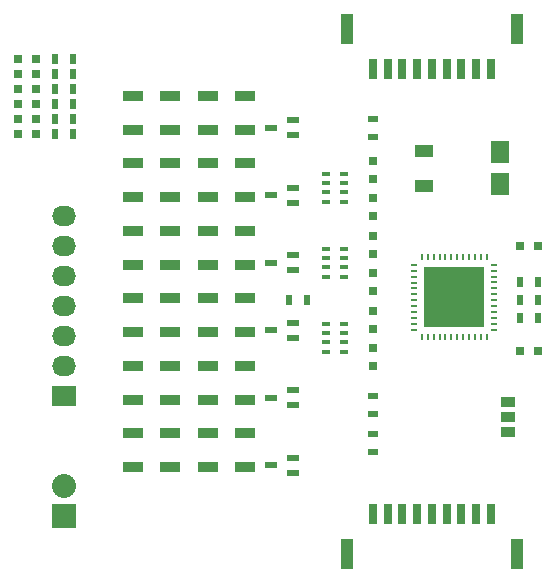
<source format=gbr>
G04 #@! TF.FileFunction,Soldermask,Top*
%FSLAX46Y46*%
G04 Gerber Fmt 4.6, Leading zero omitted, Abs format (unit mm)*
G04 Created by KiCad (PCBNEW (2014-11-27 BZR 5304)-product) date 12/5/2014 1:18:37 AM*
%MOMM*%
G01*
G04 APERTURE LIST*
%ADD10C,0.100000*%
%ADD11R,0.797560X0.797560*%
%ADD12R,1.501140X1.950720*%
%ADD13R,0.750000X0.800000*%
%ADD14R,0.800000X0.750000*%
%ADD15R,1.270000X0.965200*%
%ADD16R,0.500000X0.900000*%
%ADD17R,1.600000X1.000000*%
%ADD18R,0.900000X0.500000*%
%ADD19R,1.700000X0.900000*%
%ADD20R,0.762000X0.431800*%
%ADD21R,2.032000X1.727200*%
%ADD22O,2.032000X1.727200*%
%ADD23R,2.032000X2.032000*%
%ADD24O,2.032000X2.032000*%
%ADD25R,1.000760X0.599440*%
%ADD26R,0.599440X0.248920*%
%ADD27R,0.248920X0.599440*%
%ADD28R,5.150000X5.150000*%
%ADD29R,0.700000X1.700000*%
%ADD30R,1.000000X2.600000*%
G04 APERTURE END LIST*
D10*
D11*
X168795700Y-109855000D03*
X170294300Y-109855000D03*
D12*
X209640400Y-117769300D03*
X209640400Y-120487100D03*
D13*
X198882000Y-118503000D03*
X198882000Y-120003000D03*
X198882000Y-121678000D03*
X198882000Y-123178000D03*
X198882000Y-124853000D03*
X198882000Y-126353000D03*
X198882000Y-128028000D03*
X198882000Y-129528000D03*
X198882000Y-131203000D03*
X198882000Y-132703000D03*
X198882000Y-134378000D03*
X198882000Y-135878000D03*
D14*
X211340000Y-134620000D03*
X212840000Y-134620000D03*
X211340000Y-125730000D03*
X212840000Y-125730000D03*
D11*
X168795700Y-111125000D03*
X170294300Y-111125000D03*
X168795700Y-112395000D03*
X170294300Y-112395000D03*
X168795700Y-113665000D03*
X170294300Y-113665000D03*
X168795700Y-114935000D03*
X170294300Y-114935000D03*
X168795700Y-116205000D03*
X170294300Y-116205000D03*
D15*
X210312000Y-138938000D03*
X210312000Y-140208000D03*
X210312000Y-141478000D03*
D16*
X173470000Y-109855000D03*
X171970000Y-109855000D03*
X173470000Y-111125000D03*
X171970000Y-111125000D03*
X173470000Y-112395000D03*
X171970000Y-112395000D03*
X173470000Y-113665000D03*
X171970000Y-113665000D03*
X173470000Y-114935000D03*
X171970000Y-114935000D03*
X173470000Y-116205000D03*
X171970000Y-116205000D03*
X193245400Y-130304200D03*
X191745400Y-130304200D03*
D17*
X203163400Y-117628200D03*
X203163400Y-120628200D03*
D16*
X212803400Y-128780200D03*
X211303400Y-128780200D03*
X212803400Y-130304200D03*
X211303400Y-130304200D03*
X212803400Y-131828200D03*
X211303400Y-131828200D03*
D18*
X198845400Y-143119200D03*
X198845400Y-141619200D03*
X198845400Y-114949200D03*
X198845400Y-116449200D03*
D19*
X181700400Y-112979200D03*
X181700400Y-115879200D03*
X178525400Y-112979200D03*
X178525400Y-115879200D03*
X181700400Y-118694200D03*
X181700400Y-121594200D03*
X184875400Y-118694200D03*
X184875400Y-121594200D03*
X188050400Y-118694200D03*
X188050400Y-121594200D03*
X184875400Y-124409200D03*
X184875400Y-127309200D03*
X188050400Y-124409200D03*
X188050400Y-127309200D03*
X181700400Y-124409200D03*
X181700400Y-127309200D03*
X178525400Y-124409200D03*
X178525400Y-127309200D03*
X188050400Y-130124200D03*
X188050400Y-133024200D03*
X184875400Y-130124200D03*
X184875400Y-133024200D03*
X181700400Y-130124200D03*
X181700400Y-133024200D03*
X188050400Y-135839200D03*
X188050400Y-138739200D03*
X178525400Y-135839200D03*
X178525400Y-138739200D03*
X181700400Y-135839200D03*
X181700400Y-138739200D03*
X184875400Y-135839200D03*
X184875400Y-138739200D03*
X184875400Y-141554200D03*
X184875400Y-144454200D03*
X188050400Y-141554200D03*
X188050400Y-144454200D03*
X181700400Y-141554200D03*
X181700400Y-144454200D03*
X178525400Y-141554200D03*
X178525400Y-144454200D03*
X188050400Y-112979200D03*
X188050400Y-115879200D03*
X184875400Y-112979200D03*
X184875400Y-115879200D03*
X178525400Y-118694200D03*
X178525400Y-121594200D03*
D20*
X194908400Y-120380420D03*
X196432400Y-120380420D03*
X194908400Y-121177980D03*
X196432400Y-121177980D03*
X194908400Y-119580320D03*
X194908400Y-121978080D03*
X196432400Y-121978080D03*
X196432400Y-119580320D03*
X194908400Y-126730420D03*
X196432400Y-126730420D03*
X194908400Y-127527980D03*
X196432400Y-127527980D03*
X194908400Y-125930320D03*
X194908400Y-128328080D03*
X196432400Y-128328080D03*
X196432400Y-125930320D03*
X194908400Y-133080420D03*
X196432400Y-133080420D03*
X194908400Y-133877980D03*
X196432400Y-133877980D03*
X194908400Y-132280320D03*
X194908400Y-134678080D03*
X196432400Y-134678080D03*
X196432400Y-132280320D03*
D19*
X178525400Y-130124200D03*
X178525400Y-133024200D03*
D18*
X198845400Y-138444200D03*
X198845400Y-139944200D03*
D21*
X172720000Y-138430000D03*
D22*
X172720000Y-135890000D03*
X172720000Y-133350000D03*
X172720000Y-130810000D03*
X172720000Y-128270000D03*
X172720000Y-125730000D03*
X172720000Y-123190000D03*
D23*
X172720000Y-148590000D03*
D24*
X172720000Y-146050000D03*
D25*
X192084960Y-115046760D03*
X192084960Y-116347240D03*
X190185040Y-115697000D03*
X192084960Y-120761760D03*
X192084960Y-122062240D03*
X190185040Y-121412000D03*
X192084960Y-126476760D03*
X192084960Y-127777240D03*
X190185040Y-127127000D03*
X192084960Y-132191760D03*
X192084960Y-133492240D03*
X190185040Y-132842000D03*
X192084960Y-137906760D03*
X192084960Y-139207240D03*
X190185040Y-138557000D03*
X192084960Y-143621760D03*
X192084960Y-144922240D03*
X190185040Y-144272000D03*
D26*
X202341480Y-127299720D03*
X202341480Y-127800100D03*
X202341480Y-128300480D03*
X202341480Y-128800860D03*
X202341480Y-129298700D03*
X202341480Y-129799080D03*
X202341480Y-130299460D03*
X202341480Y-130799840D03*
X202341480Y-131300220D03*
X202341480Y-131800600D03*
X202341480Y-132300980D03*
X202341480Y-132798820D03*
X209138520Y-128795780D03*
X209138520Y-128297940D03*
X209138520Y-127797560D03*
X209138520Y-127297180D03*
D27*
X204990700Y-133449060D03*
X205490000Y-133448000D03*
X205988920Y-133449060D03*
X206489300Y-133449060D03*
X206989680Y-133449060D03*
X207490060Y-133449060D03*
X207990440Y-133449060D03*
X208490820Y-133449060D03*
X202991720Y-133449060D03*
X203492100Y-133449060D03*
X203992480Y-133449060D03*
X204490320Y-133449060D03*
D26*
X209138520Y-132796280D03*
X209141060Y-132295900D03*
X209141060Y-131798060D03*
X209141060Y-131297680D03*
X209141060Y-130797300D03*
X209141060Y-130296920D03*
X209141060Y-129796540D03*
X209141060Y-129296160D03*
D27*
X208490820Y-126649480D03*
X207990440Y-126649480D03*
X207490060Y-126649480D03*
X206992220Y-126649480D03*
X206491840Y-126649480D03*
X205991460Y-126649480D03*
X205491080Y-126649480D03*
X204990700Y-126649480D03*
X204490320Y-126649480D03*
X203989940Y-126649480D03*
X203492100Y-126649480D03*
X202991720Y-126649480D03*
D28*
X205740000Y-130048000D03*
D29*
X208835000Y-110715000D03*
D30*
X211035000Y-107315000D03*
D29*
X207585000Y-110715000D03*
X206335000Y-110715000D03*
X205085000Y-110715000D03*
X203835000Y-110715000D03*
X202585000Y-110715000D03*
X201335000Y-110715000D03*
X200085000Y-110715000D03*
X198835000Y-110715000D03*
D30*
X196635000Y-107315000D03*
D29*
X198835000Y-148365000D03*
D30*
X196635000Y-151765000D03*
D29*
X200085000Y-148365000D03*
X201335000Y-148365000D03*
X202585000Y-148365000D03*
X203835000Y-148365000D03*
X205085000Y-148365000D03*
X206335000Y-148365000D03*
X207585000Y-148365000D03*
X208835000Y-148365000D03*
D30*
X211035000Y-151765000D03*
M02*

</source>
